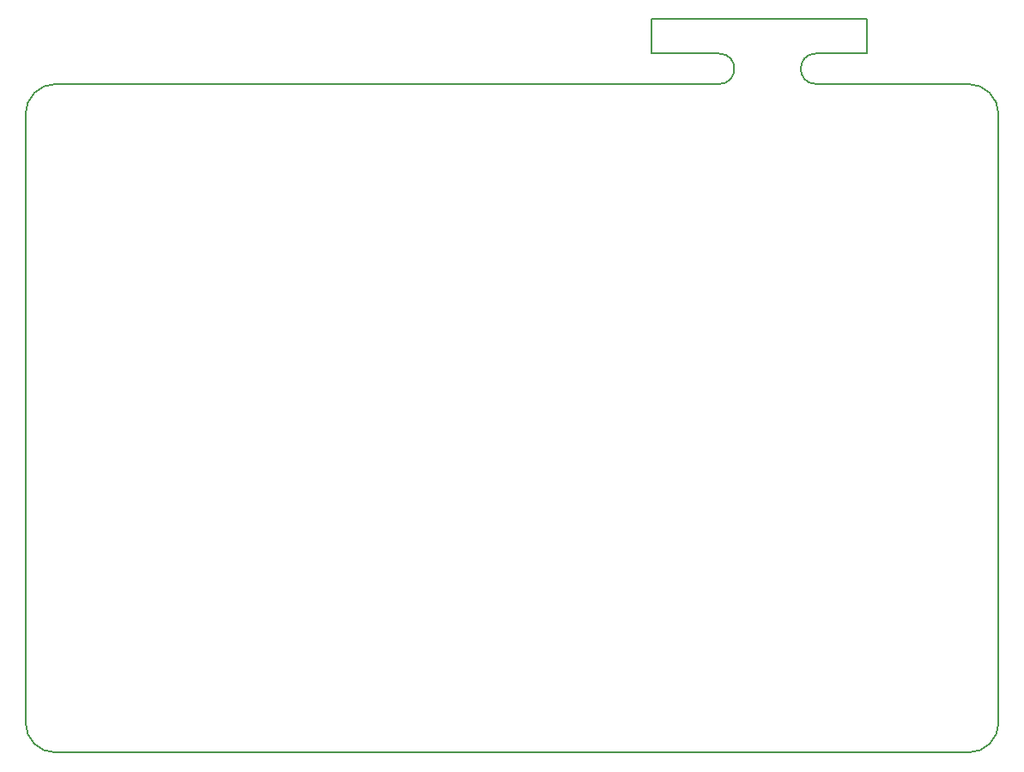
<source format=gbr>
G04 #@! TF.GenerationSoftware,KiCad,Pcbnew,(5.1.0)-1*
G04 #@! TF.CreationDate,2019-05-16T15:59:12+08:00*
G04 #@! TF.ProjectId,555,3535352e-6b69-4636-9164-5f7063625858,V1.001*
G04 #@! TF.SameCoordinates,Original*
G04 #@! TF.FileFunction,Profile,NP*
%FSLAX46Y46*%
G04 Gerber Fmt 4.6, Leading zero omitted, Abs format (unit mm)*
G04 Created by KiCad (PCBNEW (5.1.0)-1) date 2019-05-16 15:59:12*
%MOMM*%
%LPD*%
G04 APERTURE LIST*
%ADD10C,0.200000*%
G04 APERTURE END LIST*
D10*
X134477602Y-75726000D02*
G75*
G02X134477602Y-78726000I0J-1500000D01*
G01*
X144032000Y-78726000D02*
G75*
G02X144032000Y-75726000I0J1500000D01*
G01*
X66051742Y-81726000D02*
G75*
G02X69051742Y-78726000I3000000J0D01*
G01*
X159051742Y-78726000D02*
G75*
G02X162051742Y-81726000I0J-3000000D01*
G01*
X162051742Y-141726000D02*
G75*
G02X159051742Y-144726000I-3000000J0D01*
G01*
X69051742Y-144726000D02*
G75*
G02X66051742Y-141726000I0J3000000D01*
G01*
X69051742Y-144726000D02*
X159051742Y-144726000D01*
X66051742Y-141726000D02*
X66051742Y-81726000D01*
X134477602Y-75726000D02*
X127809746Y-75726000D01*
X127809746Y-75726000D02*
X127809746Y-72326000D01*
X127809746Y-72326000D02*
X149032000Y-72326000D01*
X149032000Y-72326000D02*
X149032000Y-75726000D01*
X149032000Y-75726000D02*
X144032000Y-75726000D01*
X162051742Y-141726000D02*
X162051742Y-81726000D01*
X69051742Y-78726000D02*
X134477602Y-78726000D01*
X144032000Y-78726000D02*
X159051742Y-78726000D01*
M02*

</source>
